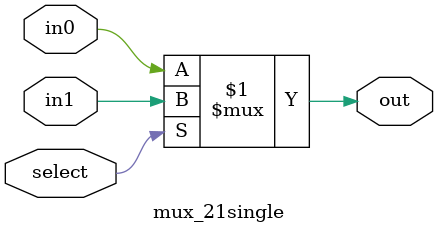
<source format=v>
`timescale 1ns / 1ps


module mux_21single(
 input  in0,
    input  in1,
    output  out, 
     input select
    );
    assign out = select ? in1: in0;
endmodule

</source>
